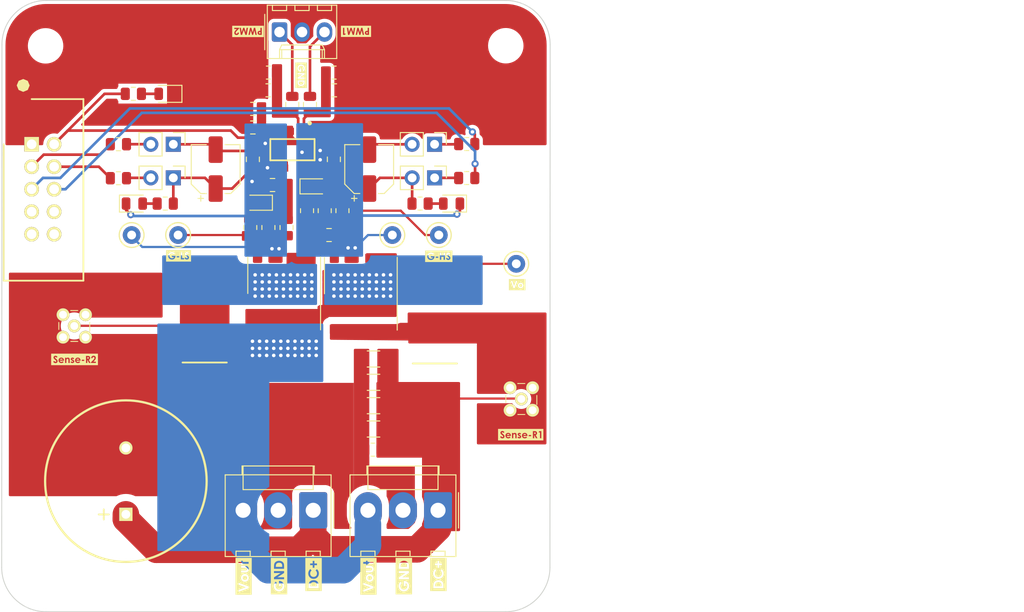
<source format=kicad_pcb>
(kicad_pcb (version 20211014) (generator pcbnew)
  (title_block (comment 4 "AISLER Project ID: ZPYPMIGU"))
  (layers (0 "F.Cu" mixed) (31 "B.Cu" mixed) (34 "B.Paste" user) (35 "F.Paste" user) (36 "B.SilkS" user "B.Silkscreen") (37 "F.SilkS" user "F.Silkscreen") (38 "B.Mask" user) (39 "F.Mask" user) (44 "Edge.Cuts" user))
  (net 0 "")
  (net 1 "GND")
  (net 2 "+3.3V")
  (net 3 "VCCA")
  (net 4 "VCCB")
  (net 5 "GND1")
  (net 6 "LED1")
  (net 7 "Net-(C5-Pad1)")
  (net 8 "Net-(C5-Pad2)")
  (net 9 "GND2")
  (net 10 "OUTA")
  (net 11 "GND3")
  (net 12 "Net-(D1-Pad2)")
  (net 13 "Net-(D2-Pad2)")
  (net 14 "Net-(D5-Pad2)")
  (net 15 "Net-(D6-Pad2)")
  (net 16 "Net-(D7-Pad2)")
  (net 17 "Net-(Q2-Pad8)")
  (net 18 "Net-(J2-Pad1)")
  (net 19 "Net-(J2-Pad3)")
  (net 20 "HVDC+")
  (net 21 "PWM1")
  (net 22 "PWM2")
  (net 23 "OUTB")
  (net 24 "gnd-1")
  (net 25 "LED2")
  (net 26 "gnd-2")
  (net 27 "Net-(C4-Pad2)")
  (net 28 "Net-(J1-Pad3)")
  (net 30 "Net-(J9-Pad2)")
  (net 31 "Net-(J10-Pad1)")
  (net 32 "Net-(FB1-Pad2)")
  (net 33 "Net-(FB2-Pad1)")
  (net 34 "Net-(FB3-Pad1)")
  (net 35 "Net-(FB4-Pad1)")
  (footprint "kibuzzard-63EDD841" (layer "F.Cu") (at 133.675 51.26 180)
    (fp_text reference "kibuzzard-63EDD841" hide)
    (fp_text value "G***" hide)
  )
  (footprint "LED_SMD:LED_0805_2012Metric" (layer "F.Cu") (at 124.525 58.31 180)
    (fp_text reference "D5" hide)
    (fp_text value "LED")
  )
  (footprint "Connector_Molex:Molex_KK-254_AE-6410-03A_1x03_P2.54mm_Vertical" (layer "F.Cu") (at 137.235 51.33)
    (fp_text reference "J2" hide)
    (fp_text value "PWM")
  )
  (footprint "MountingHole:MountingHole_3.2mm_M3" (layer "F.Cu") (at 162.794466 52.874466)
    (fp_text reference "H3" hide)
    (fp_text value "MountingHole")
  )
  (footprint "kibuzzard-63EDD808" (layer "F.Cu") (at 114.08 88.31)
    (fp_text reference "kibuzzard-63EDD808" hide)
    (fp_text value "G***" hide)
  )
  (footprint "Resistor_SMD:R_0805_2012Metric" (layer "F.Cu") (at 143.405 55.91)
    (fp_text reference "R16" hide)
    (fp_text value "10k")
  )
  (footprint "Connector_PinHeader_2.54mm:PinHeader_1x02_P2.54mm_Vertical" (layer "F.Cu") (at 125.2375 67.8 -90)
    (fp_text reference "J6" hide)
    (fp_text value "5V")
  )
  (footprint "EKXL451ELL101MM30S:CAPPRD750W80D1825H3200" (layer "F.Cu") (at 119.88 105.81 90)
    (fp_text reference "C10" hide)
    (fp_text value "100uF/450V" hide)
  )
  (footprint "Resistor_SMD:R_0805_2012Metric" (layer "F.Cu") (at 124.325 70.71)
    (fp_text reference "R12" hide)
    (fp_text value "4.7k")
  )
  (footprint "Capacitor_SMD:CP_Elec_5x5.3" (layer "F.Cu") (at 130.025 66.81 90)
    (fp_text reference "C16" hide)
    (fp_text value "10uF/35V")
  )
  (footprint "2EDF7275K:TFLGA65P500X500X106-14_13N-V" (layer "F.Cu") (at 138.6925 64.62 -90)
    (fp_text reference "IC1" hide)
    (fp_text value "2EDF7275KXUMA1")
  )
  (footprint "Resistor_SMD:R_0805_2012Metric" (layer "F.Cu") (at 147.78 98.51 180)
    (fp_text reference "R8" hide)
    (fp_text value "500k")
  )
  (footprint "Capacitor_SMD:C_0805_2012Metric" (layer "F.Cu") (at 134.225 62.11)
    (fp_text reference "C1" hide)
    (fp_text value "100nF")
  )
  (footprint "Capacitor_SMD:C_1206_3216Metric" (layer "F.Cu") (at 147.855 88.26 180)
    (fp_text reference "C9" hide)
    (fp_text value "100nF/450V")
  )
  (footprint "TestPoint:TestPoint_Keystone_5000-5004_Miniature" (layer "F.Cu") (at 149.98 74.26)
    (fp_text reference "TP5" hide)
    (fp_text value "TestPoint_Alt")
  )
  (footprint "MMCX-J-P-H-ST-TH1:MMCXJPHSTTH1" (layer "F.Cu") (at 163.28 91.51)
    (fp_text reference "J9" hide)
    (fp_text value "MMCX-J-P-H-ST-TH1" hide)
  )
  (footprint "Resistor_SMD:R_0805_2012Metric" (layer "F.Cu") (at 119.0375 64)
    (fp_text reference "FB2" hide)
    (fp_text value "fb")
  )
  (footprint "Resistor_SMD:R_0805_2012Metric" (layer "F.Cu") (at 138.675 59.51 -90)
    (fp_text reference "R13" hide)
    (fp_text value "100")
  )
  (footprint "Resistor_SMD:R_0805_2012Metric" (layer "F.Cu") (at 138.03 73.41 -90)
    (fp_text reference "R1" hide)
    (fp_text value "470")
  )
  (footprint "Resistor_SMD:R_0805_2012Metric" (layer "F.Cu") (at 140.3425 71.51 -90)
    (fp_text reference "R3" hide)
    (fp_text value "470")
  )
  (footprint "Capacitor_SMD:C_1206_3216Metric" (layer "F.Cu") (at 147.855 90.8975 180)
    (fp_text reference "C8" hide)
    (fp_text value "100nF/450V")
  )
  (footprint "LED_SMD:LED_0805_2012Metric" (layer "F.Cu") (at 156.6725 70.71 180)
    (fp_text reference "D6" hide)
    (fp_text value "LED")
  )
  (footprint "TestPoint:TestPoint_Keystone_5000-5004_Miniature" (layer "F.Cu") (at 163.98 77.51)
    (fp_text reference "TP4" hide)
    (fp_text value "TestPoint_Alt")
  )
  (footprint "Resistor_SMD:R_0805_2012Metric" (layer "F.Cu") (at 120.725 58.31 180)
    (fp_text reference "R10" hide)
    (fp_text value "4.7k")
  )
  (footprint "kibuzzard-63EE9059" (layer "F.Cu") (at 151.28 112.789071 90)
    (fp_text reference "kibuzzard-63EE9059" hide)
    (fp_text value "G***" hide)
  )
  (footprint "Package_SON:Infineon_PG-LSON-8-1" (layer "F.Cu") (at 146.42 80.89 90)
    (fp_text reference "Q1" hide)
    (fp_text value "IGLD60R190D1")
  )
  (footprint "Resistor_SMD:R_0805_2012Metric" (layer "F.Cu") (at 142.3425 71.51 -90)
    (fp_text reference "R2" hide)
    (fp_text value "10")
  )
  (footprint "Connector_PinHeader_2.54mm:PinHeader_1x02_P2.54mm_Vertical" (layer "F.Cu") (at 125.2375 64.01 -90)
    (fp_text reference "J7" hide)
    (fp_text value "GND")
  )
  (footprint "Resistor_SMD:R_0805_2012Metric" (layer "F.Cu") (at 144.3425 71.51 -90)
    (fp_text reference "R5" hide)
    (fp_text value "5.1")
  )
  (footprint "Capacitor_SMD:C_0805_2012Metric" (layer "F.Cu") (at 143.425 57.91 180)
    (fp_text reference "C14" hide)
    (fp_text value "100nF")
  )
  (footprint "61201021621:SHDR10W64P254_2X5_2036X885X925P" (layer "F.Cu") (at 109.235 64.005 -90)
    (fp_text reference "J4" hide)
    (fp_text value "Conn_02x05_Odd_Even" hide)
  )
  (footprint "Resistor_SMD:R_0805_2012Metric" (layer "F.Cu") (at 158.38 63.98)
    (fp_text reference "FB1" hide)
    (fp_text value "fb")
  )
  (footprint "Resistor_SMD:R_0805_2012Metric" (layer "F.Cu") (at 158.38 67.82 180)
    (fp_text reference "FB4" hide)
    (fp_text value "fb")
  )
  (footprint "Resistor_SMD:R_0805_2012Metric" (layer "F.Cu") (at 135.98 73.41 -90)
    (fp_text reference "R4" hide)
    (fp_text value "10")
  )
  (footprint "Resistor_SMD:R_0805_2012Metric" (layer "F.Cu") (at 153.1125 70.71 180)
    (fp_text reference "R11" hide)
    (fp_text value "4.7k")
  )
  (footprint "kibuzzard-63EDD861" (layer "F.Cu") (at 145.875 51.249962 180)
    (fp_text reference "kibuzzard-63EDD861" hide)
    (fp_text value "G***" hide)
  )
  (footprint "Capacitor_SMD:C_0805_2012Metric" (layer "F.Cu") (at 135.955 57.91)
    (fp_text reference "C13" hide)
    (fp_text value "100nF")
  )
  (footprint "kibuzzard-63EDDA14" (layer "F.Cu") (at 108.28 57.36)
    (fp_text reference "kibuzzard-63EDDA14" hide)
    (fp_text value "G***" hide)
  )
  (footprint "Connector_PinHeader_2.54mm:PinHeader_1x02_P2.54mm_Vertical" (layer "F.Cu") (at 154.755 67.8 -90)
    (fp_text reference "J5" hide)
    (fp_text value "5V")
  )
  (footprint "Capacitor_SMD:C_0805_2012Metric" (layer "F.Cu") (at 142.83 74.26 180)
    (fp_text reference "C5" hide)
    (fp_text value "2.2nF")
  )
  (footprint "kibuzzard-63EE9044" (layer "F.Cu") (at 155.18 112.61 90)
    (fp_text reference "kibuzzard-63EE9044" hide)
    (fp_text value "G***" hide)
  )
  (footprint "kibuzzard-63EE9044" (layer "F.Cu") (at 141.08 112.61 90)
    (fp_text reference "kibuzzard-63EE9044" hide)
    (fp_text value "G***" hide)
  )
  (footprint "footprint:RESC10052X50N" (layer "F.Cu") (at 128.78 88.66 -90)
    (fp_text reference "R9" hide)
    (fp_text value "WSLP3921L1000FEA" hide)
  )
  (footprint "MountingHole:MountingHole_3.2mm_M3" (layer "F.Cu") (at 110.808932 52.888932)
    (fp_text reference "H4" hide)
    (fp_text value "MountingHole")
  )
  (footprint "Package_SON:Infineon_PG-LSON-8-1" (layer "F.Cu") (at 137.76 80.86 90)
    (fp_text reference "Q2" hide)
    (fp_text value "IGLD60R190D1")
  )
  (footprint "Diode_SMD:D_SOD-323" (layer "F.Cu") (at 134.93 70.61 180)
    (fp_text reference "D2" hide)
    (fp_text value "BAT165")
  )
  (footprint "Capacitor_SMD:C_0805_2012Metric" (layer "F.Cu") (at 136.4425 68.61 180)
    (fp_text reference "C4" hide)
    (fp_text value "2.2nF")
  )
  (footprint "Connector_Molex:Molex_KK-396_A-41791-0003_1x03_P3.96mm_Vertical" (layer "F.Cu") (at 141.04 105.355 180)
    (fp_text reference "J3" hide)
    (fp_text value "HVDC")
  )
  (footprint "kibuzzard-63EDD5C6" (layer "F.Cu") (at 125.83 76.61)
    (fp_text reference "kibuzzard-63EDD5C6" hide)
    (fp_text value "G***" hide)
  )
  (footprint "Resistor_SMD:R_0805_2012Metric" (layer "F.Cu") (at 140.675 59.51 -90)
    (fp_text reference "R14" hide)
    (fp_text value "100")
  )
  (footprint "TestPoint:TestPoint_Keystone_5000-5004_Miniature" (layer "F.Cu") (at 125.78 74.26)
    (fp_text reference "TP2" hide)
    (fp_text value "TestPoint_Alt")
  )
  (footprint "MMCX-J-P-H-ST-TH1:MMCXJPHSTTH1" (layer "F.Cu") (at 112.78 83.26)
    (fp_text reference "J10" hide)
    (fp_text value "MMCX-J-P-H-ST-TH1" hide)
  )
  (footprint "kibuzzard-63EDD756" (layer "F.Cu") (at 164.08 79.86)
    (fp_text reference "kibuzzard-63EDD756" hide)
    (fp_text value "G***" hide)
  )
  (footprint "LED_SMD:LED_0805_2012Metric" (layer "F.Cu") (at 120.8375 70.71)
    (fp_text reference "D7" hide)
    (fp_text value "LED")
  )
  (footprint "Resistor_SMD:R_0805_2012Metric" (layer "F.Cu") (at 135.975 55.91 180)
    (fp_text reference "R15" hide)
    (fp_text value "10k")
  )
  (footprint "TestPoint:TestPoint_Keystone_5000-5004_Miniature" (layer "F.Cu") (at 155.23 74.26)
    (fp_text reference "TP1" hide)
    (fp_text value "TestPoint_Alt")
  )
  (footprint "kibuzzard-63EE9091" (layer "F.Cu") (at 133.18 112.81 90)
    (fp_text reference "kibuzzard-63EE9091" hide)
    (fp_text value "G***" hide)
  )
  (footprint "kibuzzard-63EDD5E0" (layer "F.Cu") (at 155.225 76.66)
    (fp_text reference "kibuzzard-63EDD5E0" hide)
    (fp_text value "G***" hide)
  )
  (footprint "Capacitor_SMD:C_1206_3216Metric" (layer "F.Cu") (at 147.855 96.1725 180)
    (fp_text reference "C7" hide)
    (fp_text value "100nF/450V")
  )
  (footprint "kibuzzard-63EDD791" (layer "F.Cu") (at 164.48 96.81)
    (fp_text reference "kibuzzard-63EDD791" hide)
    (fp_text value "G***" hide)
  )
  (footprint "footprint:RESC10052X50N" (layer "F.Cu") (at 154.78 88.77 -90)
    (fp_text reference "R7" hide)
    (fp_text value "WSLP3921L1000FEA" hide)
  )
  (footprint "kibuzzard-63EE9091" (layer "F.Cu") (at 147.28 112.81 90)
    (fp_text reference "kibuzzard-63EE9091" hide)
    (fp_text value "G***" hide)
  )
  (footprint "Diode_SMD:D_SOD-323" (layer "F.Cu") (at 141.0475 68.76)
    (fp_text reference "D1" hide)
    (fp_text value "BAT165")
  )
  (footprint "Connector_Molex:Molex_KK-396_A-41791-0003_1x03_P3.96mm_Vertical" (layer "F.Cu") (at 155.14 105.355 180)
    (fp_text reference "J1" hide)
    (fp_text value "HVDC")
  )
  (footprint "MountingHole:MountingHole_3.2mm_M3" (layer "F.Cu") (at 162.78 111.81)
    (fp_text reference "H1" hide)
    (fp_text value "MountingHole")
  )
  (footprint "Capacitor_SMD:C_0805_2012Metric" (layer "F.Cu") (at 134.225 65.71 -90)
    (fp_text reference "C3" hide)
    (fp_text value "1uF")
  )
  (footprint "Capacitor_SMD:C_0805_2012Metric" (layer "F.Cu") (at 134.225 60.01)
    (fp_text reference "C11" hide)
    (fp_text value "100nF")
  )
  (footprint "Connector_PinHeader_2.54mm:PinHeader_1x02_P2.54mm_Vertical" (layer "F.Cu") (at 154.75 64.01 -90)
    (fp_text reference "J8" hide)
    (fp_text value "GND")
  )
  (footprint "kibuzzard-63EDD87E" (layer "F.Cu") (at 139.675 56.21 -90)
    (fp_text reference "kibuzzard-63EDD87E" hide)
    (fp_text value "G***" hide)
  )
  (footprint "kibuzzard-63EE9059" (layer "F.Cu") (at 137.18 112.789071 90)
    (fp_text reference "kibuzzard-63EE9059" hide)
    (fp_text value "G***" hide)
  )
  (footprint "Resistor_SMD:R_0805_2012Metric" (layer "F.Cu") (at 119.0375 67.84)
    (fp_text reference "FB3" hide)
    (fp_text value "fb")
  )
  (footprint "Capacitor_SMD:C_0805_2012Metric" (layer "F.Cu") (at 143.375 65.71 -90)
    (fp_text reference "C2" hide)
    (fp_text value "1uF")
  )
  (footprint "TestPoint:TestPoint_Keystone_5000-5004_Miniature" (layer "F.Cu") (at 120.53 74.26)
    (fp_text reference "TP3" hide)
    (fp_text value "TestPoint_Alt")
  )
  (footprint "Capacitor_SMD:CP_Elec_5x5.3" (layer "F.Cu") (at 147.3625 66.81 90)
    (fp_text reference "C15" hide)
    (fp_text value "10uF/35V")
  )
  (footprint "MountingHole:MountingHole_3.2mm_M3" (layer "F.Cu") (at 110.88 111.81)
    (fp_text reference "H2" hide)
    (fp_text value "MountingHole")
  )
  (footprint "Capacitor_SMD:C_1206_3216Metric" (layer "F.Cu") (at 147.855 93.535 180)
    (fp_text reference "C6" hide)
    (fp_text value "100nF/450V")
  )
  (footprint "Resistor_SMD:R_0805_2012Metric" (layer "F.Cu") (at 133.93 73.41 -90)
    (fp_text reference "R6" hide)
    (fp_text value "5.1")
  )
  (gr_line (start 167.78 111.81) (end 167.808932 52.774466) (layer "Edge.Cuts") (width 0.1))
  (gr_line (start 110.88 47.76) (end 162.794466 47.76) (layer "Edge.Cuts") (width 0.1))
  (gr_line (start 105.88 52.76) (end 105.851068 111.81) (layer "Edge.Cuts") (width 0.1))
  (gr_arc (start 110.851068 116.81) (mid 107.315524 115.345544) (end 105.851068 111.81) (layer "Edge.Cuts") (width 0.1))
  (gr_arc (start 105.88 52.76) (mid 107.344466 49.224466) (end 110.88 47.76) (layer "Edge.Cuts") (width 0.1))
  (gr_line (start 110.851068 116.81) (end 162.78 116.81) (layer "Edge.Cuts") (width 0.1))
  (gr_arc (start 167.78 111.81) (mid 166.315544 115.345544) (end 162.78 116.81) (layer "Edge.Cuts") (width 0.1))
  (gr_arc (start 162.794466 47.76) (mid 166.336031 49.232921) (end 167.808932 52.774466) (layer "Edge.Cuts") (width 0.1))
  (gr_text "+" (at 117.38 105.71) (layer "F.SilkS") (effects (font (size 1.5 1.5) (thickness 0.2))))
  (segment (start 132.53 63.26) (end 131.73 62.46) (width 0.3) (layer "F.Cu") (net 2))
  (segment (start 119.8125 58.31) (end 117.47 58.31) (width 0.3) (layer "F.Cu") (net 2))
  (segment (start 135.175 62.11) (end 134.025 63.26) (width 0.3) (layer "F.Cu") (net 2))
  (segment (start 131.73 62.46) (end 113.32 62.46) (width 0.3) (layer "F.Cu") (net 2))
  (segment (start 134.025 63.26) (end 132.53 63.26) (width 0.3) (layer "F.Cu") (net 2))
  (segment (start 117.47 58.31) (end 111.775 64.005) (width 0.3) (layer "F.Cu") (net 2))
  (segment (start 113.32 62.46) (end 111.775 64.005) (width 0.3) (layer "F.Cu") (net 2))
  (segment (start 157.4475 67.8) (end 157.4675 67.82) (width 0.3) (layer "F.Cu") (net 3))
  (segment (start 154.755 67.8) (end 157.4475 67.8) (width 0.3) (layer "F.Cu") (net 3))
  (segment (start 119.99 67.8) (end 119.95 67.84) (width 0.3) (layer "F.Cu") (net 4))
  (segment (start 122.6975 67.8) (end 119.99 67.8) (width 0.3) (layer "F.Cu") (net 4))
  (segment (start 154.75 64.01) (end 157.4375 64.01) (width 0.3) (layer "F.Cu") (net 5))
  (segment (start 157.4375 64.01) (end 157.4675 63.98) (width 0.3) (layer "F.Cu") (net 5))
  (segment (start 152.215 67.8) (end 148.5725 67.8) (width 0.3) (layer "F.Cu") (net 6))
  (segment (start 145.0125 66.66) (end 147.3625 69.01) (width 0.3) (layer "F.Cu") (net 6))
  (segment (start 143.34 66.695) (end 140.6425 66.695) (width 0.3) (layer "F.Cu") (net 6))
  (segment (start 148.5725 67.8) (end 147.3625 69.01) (width 0.3) (layer "F.Cu") (net 6))
  (segment (start 152.215 67.8) (end 152.215 70.695) (width 0.3) (layer "F.Cu") (net 6))
  (segment (start 152.215 70.695) (end 152.2 70.71) (width 0.3) (layer "F.Cu") (net 6))
  (segment (start 143.375 66.66) (end 145.0125 66.66) (width 0.3) (layer "F.Cu") (net 6))
  (segment (start 143.375 66.66) (end 143.34 66.695) (width 0.3) (layer "F.Cu") (net 6))
  (segment (start 155.23 74.26) (end 153.68 74.26) (width 0.25) (layer "F.Cu") (net 8))
  (segment (start 153.68 74.26) (end 150.93 71.51) (width 0.25) (layer "F.Cu") (net 8))
  (segment (start 150.93 71.51) (end 141.255 71.51) (width 0.25) (layer "F.Cu") (net 8))
  (segment (start 141.255 71.51) (end 140.3425 72.4225) (width 0.25) (layer "F.Cu") (net 8))
  (segment (start 119.95 64) (end 122.6875 64) (width 0.3) (layer "F.Cu") (net 9))
  (segment (start 122.6875 64) (end 122.6975 64.01) (width 0.3) (layer "F.Cu") (net 9))
  (segment (start 139.9925 68.755) (end 139.9975 68.76) (width 0.3) (layer "F.Cu") (net 10))
  (segment (start 139.9925 66.695) (end 139.9925 68.755) (width 0.3) (layer "F.Cu") (net 10))
  (segment (start 121.6375 58.31) (end 123.5875 58.31) (width 0.3) (layer "F.Cu") (net 14))
  (segment (start 154.025 70.71) (end 155.735 70.71) (width 0.3) (layer "F.Cu") (net 15))
  (segment (start 123.4125 70.71) (end 121.775 70.71) (width 0.3) (layer "F.Cu") (net 16))
  (segment (start 133.8675 74.26) (end 125.78 74.26) (width 0.25) (layer "F.Cu") (net 17))
  (segment (start 133.93 74.3225) (end 133.8675 74.26) (width 0.25) (layer "F.Cu") (net 17))
  (segment (start 138.675 52.77) (end 138.675 58.5975) (width 0.3) (layer "F.Cu") (net 18))
  (segment (start 137.235 51.33) (end 138.675 52.77) (width 0.3) (layer "F.Cu") (net 18))
  (segment (start 140.675 52.97) (end 140.675 58.5975) (width 0.3) (layer "F.Cu") (net 19))
  (segment (start 142.315 51.33) (end 140.675 52.97) (width 0.3) (layer "F.Cu") (net 19))
  (segment (start 119.88 105.81) (end 119.88 106.36) (width 3) (layer "F.Cu") (net 20))
  (segment (start 123.33 109.81) (end 139.43 109.81) (width 3) (layer "F.Cu") (net 20))
  (segment (start 141.04 108.2) (end 141.04 105.355) (width 3) (layer "F.Cu") (net 20))
  (segment (start 155.14 107.4) (end 155.14 105.355) (width 3) (layer "F.Cu") (net 20))
  (segment (start 139.43 109.81) (end 141.04 108.2) (width 3) (layer "F.Cu") (net 20))
  (segment (start 164.502 92.732) (end 154.968 92.732) (width 0.25) (layer "F.Cu") (net 20))
  (segment (start 164.55 92.78) (end 164.502 92.732) (width 0.25) (layer "F.Cu") (net 20))
  (segment (start 141.04 105.355) (end 141.04 108.27) (width 3) (layer "F.Cu") (net 20))
  (segment (start 152.78 109.76) (end 155.14 107.4) (width 3) (layer "F.Cu") (net 20))
  (segment (start 141.04 108.27) (end 142.53 109.76) (width 3) (layer "F.Cu") (net 20))
  (segment (start 142.53 109.76) (end 152.78 109.76) (width 3) (layer "F.Cu") (net 20))
  (segment (start 119.88 106.36) (end 123.33 109.81) (width 3) (layer "F.Cu") (net 20))
  (segment (start 154.968 92.732) (end 154.78 92.92) (width 0.25) (layer "F.Cu") (net 20))
  (segment (start 139.9925 61.105) (end 140.675 60.4225) (width 0.3) (layer "F.Cu") (net 21))
  (segment (start 139.9925 62.545) (end 139.9925 61.105) (width 0.3) (layer "F.Cu") (net 21))
  (segment (start 139.3425 61.09) (end 138.675 60.4225) (width 0.3) (layer "F.Cu") (net 22))
  (segment (start 139.3425 62.545) (end 139.3425 61.09) (width 0.3) (layer "F.Cu") (net 22))
  (segment (start 137.3925 66.695) (end 137.3925 68.61) (width 0.3) (layer "F.Cu") (net 23))
  (segment (start 139.775 64.91) (end 139.3425 65.3425) (width 0.25) (layer "F.Cu") (net 24))
  (segment (start 141.875 64.76) (end 143.875 64.76) (width 0.25) (layer "F.Cu") (net 24))
  (segment (start 144.025 64.61) (end 147.3625 64.61) (width 0.25) (layer "F.Cu") (net 24))
  (segment (start 141.825 64.71) (end 141.875 64.76) (width 0.25) (layer "F.Cu") (net 24))
  (segment (start 157.28 71.91) (end 157.61 71.58) (width 0.3) (layer "F.Cu") (net 24))
  (segment (start 147.315 63.74) (end 147.375 63.68) (width 0.25) (layer "F.Cu") (net 24))
  (segment (start 139.3425 65.3425) (end 139.3425 66.695) (width 0.25) (layer "F.Cu") (net 24))
  (segment (start 157.61 71.58) (end 157.61 70.71) (width 0.3) (layer "F.Cu") (net 24))
  (segment (start 141.625 64.91) (end 139.775 64.91) (width 0.3) (layer "F.Cu") (net 24))
  (segment (start 152.21 64.01) (end 147.9625 64.01) (width 0.3) (layer "F.Cu") (net 24))
  (segment (start 141.825 64.71) (end 141.825 65.76) (width 0.3) (layer "F.Cu") (net 24))
  (segment (start 147.9625 64.01) (end 147.3625 64.61) (width 0.3) (layer "F.Cu") (net 24))
  (segment (start 141.825 64.71) (end 141.625 64.91) (width 0.3) (layer "F.Cu") (net 24))
  (segment (start 143.875 64.76) (end 144.025 64.61) (width 0.25) (layer "F.Cu") (net 24))
  (via (at 145.78 75.71) (size 0.8) (drill 0.4) (layers "F.Cu" "B.Cu") (net 24))
  (via (at 144.98 75.71) (size 0.8) (drill 0.4) (layers "F.Cu" "B.Cu") (net 24))
  (via (at 139.775 64.91) (size 0.8) (drill 0.4) (layers "F.Cu" "B.Cu") (net 24))
  (via (at 141.825 64.71) (size 0.8) (drill 0.4) (layers "F.Cu" "B.Cu") (net 24))
  (via (at 141.825 65.76) (size 0.8) (drill 0.4) (layers "F.Cu" "B.Cu") (net 24))
  (via (at 157.28 71.91) (size 0.8) (drill 0.4) (layers "F.Cu" "B.Cu") (net 24))
  (segment (start 147.23 74.26) (end 145.78 75.71) (width 0.25) (layer "B.Cu") (net 24))
  (segment (start 149.98 74.26) (end 147.23 74.26) (width 0.25) (layer "B.Cu") (net 24))
  (segment (start 157.13 72.06) (end 146.13 72.06) (width 0.3) (layer "B.Cu") (net 24))
  (segment (start 149.98 74.16) (end 149.98 74.26) (width 0.25) (layer "B.Cu") (net 24))
  (segment (start 157.28 71.91) (end 157.13 72.06) (width 0.3) (layer "B.Cu") (net 24))
  (segment (start 125.2375 67.8) (end 128.815 67.8) (width 0.3) (layer "F.Cu") (net 25))
  (segment (start 138.0425 66.07) (end 138.0425 66.695) (width 0.3) (layer "F.Cu") (net 25))
  (segment (start 125.2375 67.8) (end 125.2375 70.71) (width 0.3) (layer "F.Cu") (net 25))
  (segment (start 130.025 69.01) (end 131.875 69.01) (width 0.3) (layer "F.Cu") (net 25))
  (segment (start 134.225 66.66) (end 134.975 65.91) (width 0.3) (layer "F.Cu") (net 25))
  (segment (start 128.815 67.8) (end 130.025 69.01) (width 0.3) (layer "F.Cu") (net 25))
  (segment (start 134.975 65.91) (end 137.8825 65.91) (width 0.3) (layer "F.Cu") (net 25))
  (segment (start 137.8825 65.91) (end 138.0425 66.07) (width 0.3) (layer "F.Cu") (net 25))
  (segment (start 131.875 69.01) (end 134.225 66.66) (width 0.3) (layer "F.Cu") (net 25))
  (segment (start 129.425 64.01) (end 130.025 64.61) (width 0.3) (layer "F.Cu") (net 26))
  (segment (start 134.225 64.76) (end 130.175 64.76) (width 0.3) (layer "F.Cu") (net 26))
  (segment (start 135.798528 66.66) (end 135.875 66.66) (width 0.3) (layer "F.Cu") (net 26))
  (segment (start 134.225 64.76) (end 134.775 64.76) (width 0.3) (layer "F.Cu") (net 26))
  (segment (start 135.875 66.66) (end 135.91 66.695) (width 0.25) (layer "F.Cu") (net 26))
  (segment (start 134.13 68.21) (end 134.248528 68.21) (width 0.3) (layer "F.Cu") (net 26))
  (segment (start 119.9 71.43) (end 119.9 70.71) (width 0.3) (layer "F.Cu") (net 26))
  (segment (start 130.175 64.76) (end 130.025 64.61) (width 0.3) (layer "F.Cu") (net 26))
  (segment (start 125.2375 64.01) (end 129.425 64.01) (width 0.3) (layer "F.Cu") (net 26))
  (segment (start 134.775 64.76) (end 135.625 63.91) (width 0.3) (layer "F.Cu") (net 26))
  (segment (start 134.248528 68.21) (end 135.798528 66.66) (width 0.3) (layer "F.Cu") (net 26))
  (segment (start 135.91 66.695) (end 136.7425 66.695) (width 0.25) (layer "F.Cu") (net 26))
  (segment (start 120.43 71.96) (end 119.9 71.43) (width 0.3) (layer "F.Cu") (net 26))
  (via (at 135.625 63.91) (size 0.8) (drill 0.4) (layers "F.Cu" "B.Cu") (net 26))
  (via (at 136.38 75.81) (size 0.8) (drill 0.4) (layers "F.Cu" "B.Cu") (net 26))
  (via (at 134.13 68.21) (size 0.8) (drill 0.4) (layers "F.Cu" "B.Cu") (net 26))
  (via (at 120.43 71.96) (size 0.8) (drill 0.4) (layers "F.Cu" "B.Cu") (net 26))
  (via (at 135.875 66.66) (size 0.8) (drill 0.4) (layers "F.Cu" "B.Cu") (net 26))
  (via (at 137.18 75.81) (size 0.8) (drill 0.4) (layers "F.Cu" "B.Cu") (net 26))
  (segment (start 120.53 74.41) (end 121.73 75.61) (width 0.25) (layer "B.Cu") (net 26))
  (segment (start 133.68 72.11) (end 133.73 72.06) (width 0.3) (layer "B.Cu") (net 26))
  (segment (start 136.18 75.61) (end 136.38 75.81) (width 0.25) (layer "B.Cu") (net 26))
  (segment (start 120.43 71.96) (end 120.58 72.11) (width 0.3) (layer "B.Cu") (net 26))
  (segment (start 121.73 75.61) (end 136.18 75.61) (width 0.25) (layer "B.Cu") (net 26))
  (segment (start 120.58 72.11) (end 133.68 72.11) (width 0.3) (layer "B.Cu") (net 26))
  (segment (start 163.98 77.51) (end 149.78 77.51) (width 0.25) (layer "F.Cu") (net 28))
  (via (at 148.18 79.56) (size 0.8) (drill 0.4) (layers "F.Cu" "B.Cu") (net 28))
  (via (at 148.98 79.56) (size 0.8) (drill 0.4) (layers "F.Cu" "B.Cu") (net 28))
  (via (at 134.98 87.86) (size 0.8) (drill 0.4) (layers "F.Cu" "B.Cu") (net 28))
  (via (at 144.18 80.36) (size 0.8) (drill 0.4) (layers "F.Cu" "B.Cu") (net 28))
  (via (at 134.98 87.06) (size 0.8) (drill 0.4) (layers "F.Cu" "B.Cu") (net 28))
  (via (at 147.38 79.56) (size 0.8) (drill 0.4) (layers "F.Cu" "B.Cu") (net 28))
  (via (at 148.98 80.36) (size 0.8) (drill 0.4) (layers "F.Cu" "B.Cu") (net 28))
  (via (at 145.78 79.56) (size 0.8) (drill 0.4) (layers "F.Cu" "B.Cu") (net 28))
  (via (at 143.38 81.16) (size 0.8) (drill 0.4) (layers "F.Cu" "B.Cu") (net 28))
  (via (at 145.78 80.36) (size 0.8) (drill 0.4) (layers "F.Cu" "B.Cu") (net 28))
  (via (at 138.18 86.26) (size 0.8) (drill 0.4) (layers "F.Cu" "B.Cu") (net 28))
  (via (at 149.78 80.36) (size 0.8) (drill 0.4) (layers "F.Cu" "B.Cu") (net 28))
  (via (at 136.58 86.26) (size 0.8) (drill 0.4) (layers "F.Cu" "B.Cu") (net 28))
  (via (at 147.38 78.76) (size 0.8) (drill 0.4) (layers "F.Cu" "B.Cu") (net 28))
  (via (at 140.58 87.86) (size 0.8) (drill 0.4) (layers "F.Cu" "B.Cu") (net 28))
  (via (at 140.58 87.06) (size 0.8) (drill 0.4) (layers "F.Cu" "B.Cu") (net 28))
  (via (at 143.38 79.56) (size 0.8) (drill 0.4) (layers "F.Cu" "B.Cu") (net 28))
  (via (at 138.98 87.86) (size 0.8) (drill 0.4) (layers "F.Cu" "B.Cu") (net 28))
  (via (at 140.58 86.26) (size 0.8) (drill 0.4) (layers "F.Cu" "B.Cu") (net 28))
  (via (at 143.38 78.76) (size 0.8) (drill 0.4) (layers "F.Cu" "B.Cu") (net 28))
  (via (at 136.58 87.86) (size 0.8) (drill 0.4) (layers "F.Cu" "B.Cu") (net 28))
  (via (at 143.38 80.36) (size 0.8) (drill 0.4) (layers "F.Cu" "B.Cu") (net 28))
  (via (at 137.38 87.86) (size 0.8) (drill 0.4) (layers "F.Cu" "B.Cu") (net 28))
  (via (at 138.18 87.86) (size 0.8) (drill 0.4) (layers "F.Cu" "B.Cu") (net 28))
  (via (at 149.78 81.16) (size 0.8) (drill 0.4) (layers "F.Cu" "B.Cu") (net 28))
  (via (at 145.78 78.76) (size 0.8) (drill 0.4) (layers "F.Cu" "B.Cu") (net 28))
  (via (at 138.98 87.06) (size 0.8) (drill 0.4) (layers "F.Cu" "B.Cu") (net 28))
  (via (at 147.38 80.36) (size 0.8) (drill 0.4) (layers "F.Cu" "B.Cu") (net 28))
  (via (at 134.18 86.26) (size 0.8) (drill 0.4) (layers "F.Cu" "B.Cu") (net 28))
  (via (at 148.18 78.76) (size 0.8) (drill 0.4) (layers "F.Cu" "B.Cu") (net 28))
  (via (at 149.78 79.56) (size 0.8) (drill 0.4) (layers "F.Cu" "B.Cu") (net 28))
  (via (at 137.38 87.06) (size 0.8) (drill 0.4) (layers "F.Cu" "B.Cu") (net 28))
  (via (at 141.38 87.86) (size 0.8) (drill 0.4) (layers "F.Cu" "B.Cu") (net 28))
  (via (at 139.78 87.06) (size 0.8) (drill 0.4) (layers "F.Cu" "B.Cu") (net 28))
  (via (at 148.18 81.16) (size 0.8) (drill 0.4) (layers "F.Cu" "B.Cu") (net 28))
  (via (at 147.38 81.16) (size 0.8) (drill 0.4) (layers "F.Cu" "B.Cu") (net 28))
  (via (at 139.78 87.86) (size 0.8) (drill 0.4) (layers "F.Cu" "B.Cu") (net 28))
  (via (at 135.78 86.26) (size 0.8) (drill 0.4) (layers "F.Cu" "B.Cu") (net 28))
  (via (at 146.58 79.56) (size 0.8) (drill 0.4) (layers "F.Cu" "B.Cu") (net 28))
  (via (at 135.78 87.86) (size 0.8) (drill 0.4) (layers "F.Cu" "B.Cu") (net 28))
  (via (at 146.58 80.36) (size 0.8) (drill 0.4) (layers "F.Cu" "B.Cu") (net 28))
  (via (at 144.98 80.36) (size 0.8) (drill 0.4) (layers "F.Cu" "B.Cu") (net 28))
  (via (at 144.98 81.16) (size 0.8) (drill 0.4) (layers "F.Cu" "B.Cu") (net 28))
  (via (at 141.38 86.26) (size 0.8) (drill 0.4) (layers "F.Cu" "B.Cu") (net 28))
  (via (at 138.98 86.26) (size 0.8) (drill 0.4) (layers "F.Cu" "B.Cu") (net 28))
  (via (at 144.18 79.56) (size 0.8) (drill 0.4) (layers "F.Cu" "B.Cu") (net 28))
  (via (at 134.18 87.06) (size 0.8) (drill 0.4) (layers "F.Cu" "B.Cu") (net 28))
  (via (at 146.58 81.16) (size 0.8) (drill 0.4) (layers "F.Cu" "B.Cu") (net 28))
  (via (at 146.58 78.76) (size 0.8) (drill 0.4) (layers "F.Cu" "B.Cu") (net 28))
  (via (at 148.98 78.76) (size 0.8) (drill 0.4) (layers "F.Cu" "B.Cu") (net 28))
  (via (at 145.78 81.16) (size 0.8) (drill 0.4) (layers "F.Cu" "B.Cu") (net 28))
  (via (at 139.78 86.26) (size 0.8) (drill 0.4) (layers "F.Cu" "B.Cu") (net 28))
  (via (at 148.98 81.16) (size 0.8) (drill 0.4) (layers "F.Cu" "B.Cu") (net 28))
  (via (at 144.98 79.56) (size 0.8) (drill 0.4) (layers "F.Cu" "B.Cu") (net 28))
  (via (at 136.58 87.06) (size 0.8) (drill 0.4) (layers "F.Cu" "B.Cu") (net 28))
  (via (at 138.18 87.06) (size 0.8) (drill 0.4) (layers "F.Cu" "B.Cu") (net 28))
  (via (at 134.18 87.86) (size 0.8) (drill 0.4) (layers "F.Cu" "B.Cu") (net 28))
  (via (at 144.98 78.76) (size 0.8) (drill 0.4) (layers "F.Cu" "B.Cu") (net 28))
  (via (at 135.78 87.06) (size 0.8) (drill 0.4) (layers "F.Cu" "B.Cu") (net 28))
  (via (at 134.98 86.26) (size 0.8) (drill 0.4) (layers "F.Cu" "B.Cu") (net 28))
  (via (at 137.38 86.26) (size 0.8) (drill 0.4) (layers "F.Cu" "B.Cu") (net 28))
  (via (at 144.18 81.16) (size 0.8) (drill 0.4) (layers "F.Cu" "B.Cu") (net 28))
  (via (at 144.18 78.76) (size 0.8) (drill 0.4) (layers "F.Cu" "B.Cu") (net 28))
  (via (at 148.18 80.36) (size 0.8) (drill 0.4) (layers "F.Cu" "B.Cu") (net 28))
  (via (at 149.78 78.76) (size 0.8) (drill 0.4) (layers "F.Cu" "B.Cu") (net 28))
  (via (at 141.38 87.06) (size 0.8) (drill 0.4) (layers "F.Cu" "B.Cu") (net 28))
  (segment (start 147.22 109.32) (end 147.22 106.905) (width 3) (layer "B.Cu") (net 28))
  (segment (start 144.43 112.11) (end 147.22 109.32) (width 3) (layer "B.Cu") (net 28))
  (segment (start 135.93 112.11) (end 144.43 112.11) (width 3) (layer "B.Cu") (net 28))
  (segment (start 133.12 106.905) (end 133.12 109.3) (width 3) (layer "B.Cu") (net 28))
  (segment (start 133.12 109.3) (end 135.93 112.11) (width 3) (layer "B.Cu") (net 28))
  (segment (start 128.78 84.51) (end 114.07 84.51) (width 0.25) (layer "F.Cu") (net 31))
  (segment (start 137.55 79.96) (end 137.52 79.99) (width 0.25) (layer "F.Cu") (net 31))
  (segment (start 114.07 84.51) (end 114.05 84.53) (width 0.25) (layer "F.Cu") (net 31))
  (via (at 139.28 81.16) (size 0.8) (drill 0.4) (layers "F.Cu" "B.Cu") (net 31))
  (via (at 140.08 79.56) (size 0.8) (drill 0.4) (layers "F.Cu" "B.Cu") (net 31))
  (via (at 140.88 78.76) (size 0.8) (drill 0.4) (layers "F.Cu" "B.Cu") (net 31))
  (via (at 135.28 80.36) (size 0.8) (drill 0.4) (layers "F.Cu" "B.Cu") (net 31))
  (via (at 136.08 79.56) (size 0.8) (drill 0.4) (layers "F.Cu" "B.Cu") (net 31))
  (via (at 134.48 81.16) (size 0.8) (drill 0.4) (layers "F.Cu" "B.Cu") (net 31))
  (via (at 136.88 78.76) (size 0.8) (drill 0.4) (layers "F.Cu" "B.Cu") (net 31))
  (via (at 136.08 81.16) (size 0.8) (drill 0.4) (layers "F.Cu" "B.Cu") (net 31))
  (via (at 136.08 78.76) (size 0.8) (drill 0.4) (layers "F.Cu" "B.Cu") (net 31))
  (via (at 136.08 80.36) (size 0.8) (drill 0.4) (layers "F.Cu" "B.Cu") (net 31))
  (via (at 140.88 80.36) (size 0.8) (drill 0.4) (layers "F.Cu" "B.Cu") (net 31))
  (via (at 140.88 79.56) (size 0.8) (drill 0.4) (layers "F.Cu" "B.Cu") (net 31))
  (via (at 135.28 79.56) (size 0.8) (drill 0.4) (layers "F.Cu" "B.Cu") (net 31))
  (via (at 138.48 80.36) (size 0.8) (drill 0.4) (layers "F.Cu" "B.Cu") (net 31))
  (via (at 140.88 81.16) (size 0.8) (drill 0.4) (layers "F.Cu" "B.Cu") (net 31))
  (via (at 134.48 79.56) (size 0.8) (drill 0.4) (layers "F.Cu" "B.Cu") (net 31))
  (via (at 138.48 79.56) (size 0.8) (drill 0.4) (layers "F.Cu" "B.Cu") (net 31))
  (via (at 139.28 78.76) (size 0.8) (drill 0.4) (layers "F.Cu" "B.Cu") (net 31))
  (via (at 140.08 81.16) (size 0.8) (drill 0.4) (layers "F.Cu" "B.Cu") (net 31))
  (via (at 134.48 80.36) (size 0.8) (drill 0.4) (layers "F.Cu" "B.Cu") (net 31))
  (via (at 139.28 80.36) (size 0.8) (drill 0.4) (layers "F.Cu" "B.Cu") (net 31))
  (via (at 138.48 81.16) (size 0.8) (drill 0.4) (layers "F.Cu" "B.Cu") (net 31))
  (via (at 138.48 78.76) (size 0.8) (drill 0.4) (layers "F.Cu" "B.Cu") (net 31))
  (via (at 137.68 79.56) (size 0.8) (drill 0.4) (layers "F.Cu" "B.Cu") (net 31))
  (via (at 135.28 81.16) (size 0.8) (drill 0.4) (layers "F.Cu" "B.Cu") (net 31))
  (via (at 140.08 80.36) (size 0.8) (drill 0.4) (layers "F.Cu" "B.Cu") (net 31))
  (via (at 136.88 81.16) (size 0.8) (drill 0.4) (layers "F.Cu" "B.Cu") (net 31))
  (via (at 134.48 78.76) (size 0.8) (drill 0.4) (layers "F.Cu" "B.Cu") (net 31))
  (via (at 139.28 79.56) (size 0.8) (drill 0.4) (layers "F.Cu" "B.Cu") (net 31))
  (via (at 136.88 79.56) (size 0.8) (drill 0.4) (layers "F.Cu" "B.Cu") (net 31))
  (via (at 137.68 78.76) (size 0.8) (drill 0.4) (layers "F.Cu" "B.Cu") (net 31))
  (via (at 137.68 80.36) (size 0.8) (drill 0.4) (layers "F.Cu" "B.Cu") (net 31))
  (via (at 136.88 80.36) (size 0.8) (drill 0.4) (layers "F.Cu" "B.Cu") (net 31))
  (via (at 140.08 78.76) (size 0.8) (drill 0.4) (layers "F.Cu" "B.Cu") (net 31))
  (via (at 135.28 78.76) (size 0.8) (drill 0.4) (layers "F.Cu" "B.Cu") (net 31))
  (via (at 137.68 81.16) (size 0.8) (drill 0.4) (layers "F.Cu" "B.Cu") (net 31))
  (segment (start 159.2925 62.8775) (end 159.2925 63.98) (width 0.3) (layer "F.Cu") (net 32))
  (segment (start 159.025 62.61) (end 159.2925 62.8775) (width 0.3) (layer "F.Cu") (net 32))
  (via (at 159.025 62.61) (size 0.8) (drill 0.4) (layers "F.Cu" "B.Cu") (net 32))
  (segment (start 156.375 59.96) (end 120.33 59.96) (width 0.3) (layer "B.Cu") (net 32))
  (segment (start 110.51 67.81) (end 109.235 69.085) (width 0.3) (layer "B.Cu") (net 32))
  (segment (start 120.33 59.96) (end 112.48 67.81) (width 0.3) (layer "B.Cu") (net 32))
  (segment (start 159.025 62.61) (end 156.375 59.96) (width 0.3) (layer "B.Cu") (net 32))
  (segment (start 112.48 67.81) (end 110.51 67.81) (width 0.3) (layer "B.Cu") (net 32))
  (segment (start 116.945 65.18) (end 118.125 64) (width 0.3) (layer "F.Cu") (net 33))
  (segment (start 110.6 65.18) (end 116.945 65.18) (width 0.3) (layer "F.Cu") (net 33))
  (segment (start 109.235 66.545) (end 110.6 65.18) (width 0.3) (layer "F.Cu") (net 33))
  (segment (start 111.775 66.545) (end 116.83 66.545) (width 0.3) (layer "F.Cu") (net 34))
  (segment (start 116.83 66.545) (end 118.125 67.84) (width 0.3) (layer "F.Cu") (net 34))
  (segment (start 159.325 67.7875) (end 159.2925 67.82) (width 0.3) (layer "F.Cu") (net 35))
  (segment (start 159.325 66.21) (end 159.325 67.7875) (width 0.3) (layer "F.Cu") (net 35))
  (via (at 159.325 66.21) (size 0.8) (drill 0.4) (layers "F.Cu" "B.Cu") (net 35))
  (segment (start 159.325 66.21) (end 159.325 64.7975) (width 0.3) (layer "B.Cu") (net 35))
  (segment (start 159.325 64.7975) (end 154.9875 60.46) (width 0.3) (layer "B.Cu") (net 35))
  (segment (start 154.9875 60.46) (end 121.68 60.46) (width 0.3) (layer "B.Cu") (net 35))
  (segment (start 121.68 60.46) (end 113.055 69.085) (width 0.3) (layer "B.Cu") (net 35))
  (segment (start 113.055 69.085) (end 111.775 69.085) (width 0.3) (layer "B.Cu") (net 35))
  (zone (net 28) (net_name "Net-(J1-Pad3)") (layer "F.Cu") (name "J1-P3") (priority 1) (connect_pads yes (clearance 0.8)) (min_thickness 0.254) (fill yes (thermal_gap 0.508) (thermal_bridge_width 0.508))
    (polygon (pts (xy 142.08 78.21) (xy 145.58 78.21) (xy 145.58 76.31) (xy 150.48 76.31) (xy 150.48 83.51) (xy 142.78 83.51) (xy 142.78 85.63) (xy 133.38 85.63) (xy 133.38 82.61) (xy 141.53 82.61) (xy 141.53 82.16) (xy 142.08 82.16)))
  )
  (zone (net 22) (net_name "PWM2") (layer "F.Cu") (name "PWM2") (priority 1) (connect_pads yes (clearance 0.4)) (min_thickness 0.254) (fill yes (thermal_gap 0.508) (thermal_bridge_width 0.508))
    (polygon (pts (xy 137.525 59.86) (xy 139.375 59.86) (xy 139.375 61.01) (xy 136.375 61.01) (xy 136.375 54.96) (xy 137.525 54.96)))
  )
  (zone (net 8) (net_name "Net-(C5-Pad2)") (layer "F.Cu") (name "1") (priority 2) (connect_pads yes (clearance 0.4)) (min_thickness 0.254) (fill yes (thermal_gap 0.508) (thermal_bridge_width 0.508) (smoothing chamfer) (radius 0.1))
    (polygon (pts (xy 141.08 73.56) (xy 142.38 73.56) (xy 142.38 75.06) (xy 139.63 75.06) (xy 139.63 71.91) (xy 141.08 71.91)))
  )
  (zone (net 27) (net_name "Net-(C4-Pad2)") (layer "F.Cu") (name "1") (priority 2) (connect_pads yes (clearance 0.4)) (min_thickness 0.254) (fill yes (thermal_gap 0.508) (thermal_bridge_width 0.508))
    (polygon (pts (xy 136.03 69.31) (xy 134.98 69.31) (xy 134.98 67.91) (xy 136.03 67.91)))
  )
  (zone (net 23) (net_name "OUTB") (layer "F.Cu") (name "1") (priority 2) (connect_pads yes (clearance 0.4)) (min_thickness 0.254) (fill yes (thermal_gap 0.508) (thermal_bridge_width 0.508) (smoothing chamfer) (radius 0.1))
    (polygon (pts (xy 138.73 73.01) (xy 137.33 73.01) (xy 137.33 67.91) (xy 138.73 67.91)))
  )
  (zone (net 30) (net_name "Net-(J9-Pad2)") (layer "F.Cu") (connect_pads yes (clearance 0.4)) (min_thickness 0.254) (fill yes (thermal_gap 0.508) (thermal_bridge_width 0.508))
    (polygon (pts (xy 167.78 97.91) (xy 159.53 97.91) (xy 159.53 86.51) (xy 151.78 86.51) (xy 151.78 83.01) (xy 167.78 83.01)))
  )
  (zone (net 27) (net_name "Net-(C4-Pad2)") (layer "F.Cu") (name "1") (priority 2) (connect_pads yes (clearance 0.4)) (min_thickness 0.254) (fill yes (thermal_gap 0.508) (thermal_bridge_width 0.508) (smoothing chamfer) (radius 0.1))
    (polygon (pts (xy 136.48 73.01) (xy 135.23 73.01) (xy 135.23 67.91) (xy 136.48 67.91)))
  )
  (zone (net 24) (net_name "gnd-1") (layer "F.Cu") (name "1") (priority 2) (connect_pads yes (clearance 0.4)) (min_thickness 0.254) (fill yes (thermal_gap 0.508) (thermal_bridge_width 0.508))
    (polygon (pts (xy 146.18 77.41) (xy 144.58 77.41) (xy 144.58 75.21) (xy 146.18 75.21)))
  )
  (zone (net 17) (net_name "Net-(Q2-Pad8)") (layer "F.Cu") (name "1") (priority 2) (connect_pads yes (clearance 0.4)) (min_thickness 0.254) (fill yes (thermal_gap 0.508) (thermal_bridge_width 0.508))
    (polygon (pts (xy 138.73 74.86) (xy 134.63 74.86) (xy 134.63 74.91) (xy 132.98 74.91) (xy 132.98 73.81) (xy 138.73 73.81)))
  )
  (zone (net 31) (net_name "Net-(J10-Pad1)") (layer "F.Cu") (name "1") (connect_pads yes (clearance 0.8)) (min_thickness 0.254) (fill yes (thermal_gap 0.508) (thermal_bridge_width 0.508) (smoothing chamfer) (radius 0.1))
    (polygon (pts (xy 141.38 81.66) (xy 131.58 81.66) (xy 131.58 85.86) (xy 125.98 85.86) (xy 125.98 78.46) (xy 141.38 78.46)))
  )
  (zone (net 2) (net_name "+3.3V") (layer "F.Cu") (name "3.3") (priority 1) (connect_pads yes (clearance 0.3)) (min_thickness 0.254) (fill yes (thermal_gap 0.508) (thermal_bridge_width 0.508))
    (polygon (pts (xy 135.725 62.01) (xy 137.025 62.01) (xy 137.025 62.96) (xy 134.675 62.96) (xy 134.675 59.26) (xy 135.725 59.26)))
  )
  (zone (net 28) (net_name "Net-(J1-Pad3)") (layer "F.Cu") (name "1") (connect_pads yes (clearance 0.4)) (min_thickness 0.254) (fill yes (thermal_gap 0.508) (thermal_bridge_width 0.508))
    (polygon (pts (xy 141.98 88.46) (xy 133.38 88.46) (xy 133.38 82.66) (xy 141.98 82.66)))
  )
  (zone (net 7) (net_name "Net-(C5-Pad1)") (layer "F.Cu") (name "1") (connect_pads yes (clearance 0.4)) (min_thickness 0.254) (fill yes (thermal_gap 0.508) (thermal_bridge_width 0.508) (smoothing chamfer) (radius 0.1))
    (polygon (pts (xy 145.08 72.96) (xy 144.28 72.96) (xy 144.28 74.96) (xy 143.28 74.96) (xy 143.28 72.96) (xy 141.63 72.96) (xy 141.63 71.91) (xy 145.08 71.91)))
  )
  (zone (net 26) (net_name "gnd-2") (layer "F.Cu") (name "1") (priority 2) (connect_pads yes (clearance 0.4)) (min_thickness 0.254) (fill yes (thermal_gap 0.508) (thermal_bridge_width 0.508) (smoothing chamfer) (radius 0.1))
    (polygon (pts (xy 137.58 77.41) (xy 135.98 77.41) (xy 135.98 75.41) (xy 137.58 75.41)))
  )
  (zone (net 8) (net_name "Net-(C5-Pad2)") (layer "F.Cu") (name "1") (priority 2) (connect_pads yes (clearance 0.4)) (min_thickness 0.254) (fill yes (thermal_gap 0.508) (thermal_bridge_width 0.508) (smoothing chamfer) (radius 0.1))
    (polygon (pts (xy 142.38 75.46) (xy 143.93 75.46) (xy 143.93 77.41) (xy 142.93 77.41) (xy 142.93 75.96) (xy 141.38 75.96) (xy 141.38 73.51) (xy 142.38 73.51)))
  )
  (zone (net 20) (net_name "HVDC+") (layer "F.Cu") (priority 2) (connect_pads yes (clearance 0.8)) (min_thickness 0.254) (fill yes (thermal_gap 0.508) (thermal_bridge_width 0.508))
    (polygon (pts (xy 157.63 107.71) (xy 153.33 107.71) (xy 153.33 99.41) (xy 148.18 99.41) (xy 148.18 90.86) (xy 157.63 90.86)))
  )
  (zone (net 11) (net_name "GND3") (layer "F.Cu") (name "gnd3") (priority 1) (connect_pads yes (clearance 0.8)) (min_thickness 0.254) (fill yes (thermal_gap 0.508) (thermal_bridge_width 0.508))
    (polygon (pts (xy 147.38 100.36) (xy 152.93 100.36) (xy 152.93 107.61) (xy 149.33 107.61) (xy 149.33 102.96) (xy 145.63 102.96) (xy 145.63 87.11) (xy 147.38 87.11)))
  )
  (zone (net 12) (net_name "Net-(D1-Pad2)") (layer "F.Cu") (name "1") (priority 2) (connect_pads yes (clearance 0.4)) (min_thickness 0.254) (fill yes (thermal_gap 0.508) (thermal_bridge_width 0.508))
    (polygon (pts (xy 145.0925 71.06) (xy 143.6925 71.06) (xy 143.6925 68.96) (xy 141.7925 68.96) (xy 141.7925 68.46) (xy 145.0925 68.46)))
  )
  (zone (net 11) (net_name "GND3") (layer "F.Cu") (name "1") (connect_pads yes (clearance 0.8)) (min_thickness 0.254) (fill yes (thermal_gap 0.508) (thermal_bridge_width 0.508))
    (polygon (pts (xy 147.38 112.26) (xy 125.08 112.26) (xy 125.08 90.96) (xy 147.38 90.96)))
  )
  (zone (net 30) (net_name "Net-(J9-Pad2)") (layer "F.Cu") (name "q1-p1") (connect_pads yes (clearance 0.8)) (min_thickness 0.254) (fill yes (thermal_gap 0.508) (thermal_bridge_width 0.508))
    (polygon (pts (xy 157.55 86.14) (xy 151.809143 86.165396) (xy 151.82306 86.175332) (xy 142.924634 86.088176) (xy 142.931287 84.213097) (xy 151.71057 84.174857) (xy 151.71 83.02) (xy 157.55 83.02)))
  )
  (zone (net 11) (net_name "GND3") (layer "F.Cu") (connect_pads yes (clearance 0.8)) (min_thickness 0.254) (fill yes (thermal_gap 0.508) (thermal_bridge_width 0.508) (smoothing chamfer) (radius 0.1))
    (polygon (pts (xy 124.03 91.01) (xy 132.53 91.01) (xy 132.53 103.76) (xy 106.03 103.76) (xy 106.03 78.51) (xy 124.03 78.51)))
  )
  (zone (net 13) (net_name "Net-(D2-Pad2)") (layer "F.Cu") (name "1") (priority 2) (connect_pads yes (clearance 0.4)) (min_thickness 0.254) (fill yes (thermal_gap 0.508) (thermal_bridge_width 0.508) (smoothing chamfer) (radius 0.1))
    (polygon (pts (xy 134.58 73.01) (xy 133.28 73.01) (xy 133.28 70.21) (xy 134.58 70.21)))
  )
  (zone (net 31) (net_name "Net-(J10-Pad1)") (layer "F.Cu") (name "J10-P2") (connect_pads yes (clearance 0.4)) (min_thickness 0.254) (fill yes (thermal_gap 0.508) (thermal_bridge_width 0.508) (smoothing chamfer) (radius 0.1))
    (polygon (pts (xy 141.253711 81.646361) (xy 134.126417 81.709978) (xy 134.136156 77.81) (xy 138.03 77.81) (xy 138.03 76.269326) (xy 141.327292 76.267667)))
  )
  (zone (net 21) (net_name "PWM1") (layer "F.Cu") (name "pwm1") (priority 1) (connect_pads yes (clearance 0.4)) (min_thickness 0.254) (fill yes (thermal_gap 0.508) (thermal_bridge_width 0.508))
    (polygon (pts (xy 143.025 60.96) (xy 139.975 60.96) (xy 139.975 59.86) (xy 141.925 59.86) (xy 141.925 55.21) (xy 143.025 55.21)))
  )
  (zone (net 20) (net_name "HVDC+") (layer "F.Cu") (connect_pads yes (clearance 0.8)) (min_thickness 0.254) (fill yes (thermal_gap 0.508) (thermal_bridge_width 0.508))
    (polygon (pts (xy 150.68 90.91) (xy 148.28 90.91) (xy 148.28 87.11) (xy 150.68 87.11)))
  )
  (zone (net 10) (net_name "OUTA") (layer "F.Cu") (name "1") (priority 2) (connect_pads yes (clearance 0.4)) (min_thickness 0.254) (fill yes (thermal_gap 0.508) (thermal_bridge_width 0.508))
    (polygon (pts (xy 140.5925 69.76) (xy 143.1925 69.76) (xy 143.1925 71.16) (xy 139.4925 71.16) (xy 139.4925 68.36) (xy 140.5925 68.36)))
  )
  (zone (net 17) (net_name "Net-(Q2-Pad8)") (layer "F.Cu") (name "q2 p8") (priority 2) (connect_pads yes (clearance 0.4)) (min_thickness 0.254) (fill yes (thermal_gap 0.508) (thermal_bridge_width 0.508) (smoothing chamfer) (radius 0.1))
    (polygon (pts (xy 135.28 77.41) (xy 134.23 77.41) (xy 134.23 73.86) (xy 135.28 73.86)))
  )
  (zone (net 23) (net_name "OUTB") (layer "F.Cu") (name "1") (priority 2) (connect_pads yes (clearance 0.4)) (min_thickness 0.254) (fill yes (thermal_gap 0.508) (thermal_bridge_width 0.508))
    (polygon (pts (xy 138.03 69.36) (xy 136.88 69.36) (xy 136.88 67.91) (xy 138.03 67.91)))
  )
  (zone (net 1) (net_name "GND") (layer "F.Cu") (name "GND") (connect_pads yes (clearance 0.4)) (min_thickness 0.254) (fill yes (thermal_gap 0.508) (thermal_bridge_width 0.508) (smoothing chamfer) (radius 0.1))
    (polygon (pts (xy 164.98 48.26) (xy 166.38 49.26) (xy 167.28 50.51) (xy 167.73 51.76) (xy 167.83 53.46) (xy 167.83 64.11) (xy 137.83 64.11) (xy 137.83 63.26) (xy 136.18 63.26) (xy 136.18 64.11) (xy 105.88 64.11) (xy 105.88 52.51) (xy 106.03 51.51) (xy 106.38 50.56) (xy 107.03 49.56) (xy 108.18 48.56) (xy 109.68 47.91) (xy 110.98 47.76) (xy 163.38 47.76)))
    (polygon (pts (xy 136.88 61.36) (xy 136.88 61.91) (xy 138.93 61.91) (xy 138.93 61.36)))
    (polygon (pts (xy 119.03 57.16) (xy 119.03 59.41) (xy 124.53 59.41) (xy 124.53 57.16)))
    (polygon (pts (xy 139.13 52.61) (xy 139.13 57.91) (xy 140.28 57.91) (xy 140.28 52.61)))
    (polygon (pts (xy 141.03 52.71) (xy 141.03 57.81) (xy 141.83 57.81) (xy 141.83 52.76) (xy 141.78 52.76) (xy 141.83 52.71)))
    (polygon (pts (xy 135.98 52.26) (xy 135.98 55.31) (xy 138.23 55.31) (xy 138.23 52.26)))
  )
  (zone (net 28) (net_name "Net-(J1-Pad3)") (layer "B.Cu") (connect_pads yes (clearance 0.8)) (min_thickness 0.254) (fill yes (thermal_gap 0.508) (thermal_bridge_width 0.508))
    (polygon (pts (xy 142.18 90.86) (xy 136.08 90.86) (xy 136.08 109.96) (xy 123.43 109.96) (xy 123.43 84.26) (xy 142.18 84.26)))
  )
  (zone (net 24) (net_name "gnd-1") (layer "B.Cu") (name "J1-P3") (priority 2) (connect_pads yes (clearance 0.4)) (min_thickness 0.254) (fill yes (thermal_gap 0.508) (thermal_bridge_width 0.508))
    (polygon (pts (xy 146.675 76.71) (xy 143.98 76.71) (xy 143.925 76.71) (xy 139.13 76.71) (xy 139.13 61.62) (xy 146.675 61.62)))
  )
  (zone (net 31) (net_name "Net-(J10-Pad1)") (layer "B.Cu") (connect_pads yes (clearance 0.8)) (min_thickness 0.254) (fill yes (thermal_gap 0.508) (thermal_bridge_width 0.508))
    (polygon (pts (xy 141.88 82.16) (xy 123.98 82.16) (xy 123.98 76.56) (xy 141.88 76.56)))
  )
  (zone (net 28) (net_name "Net-(J1-Pad3)") (layer "B.Cu") (priority 1) (connect_pads yes (clearance 0.8)) (min_thickness 0.254) (fill yes (thermal_gap 0.508) (thermal_bridge_width 0.508))
    (polygon (pts (xy 160.18 82.16) (xy 142.28 82.16) (xy 142.28 76.56) (xy 160.18 76.56)))
  )
  (zone (net 26) (net_name "gnd-2") (layer "B.Cu") (name "J1-P3") (priority 1) (connect_pads yes (clearance 0.4)) (min_thickness 0.254) (fill yes (thermal_gap 0.508) (thermal_bridge_width 0.508))
    (polygon (pts (xy 138.075 76.71) (xy 133.275 76.71) (xy 133.275 61.66) (xy 138.075 61.66)))
  )
)
</source>
